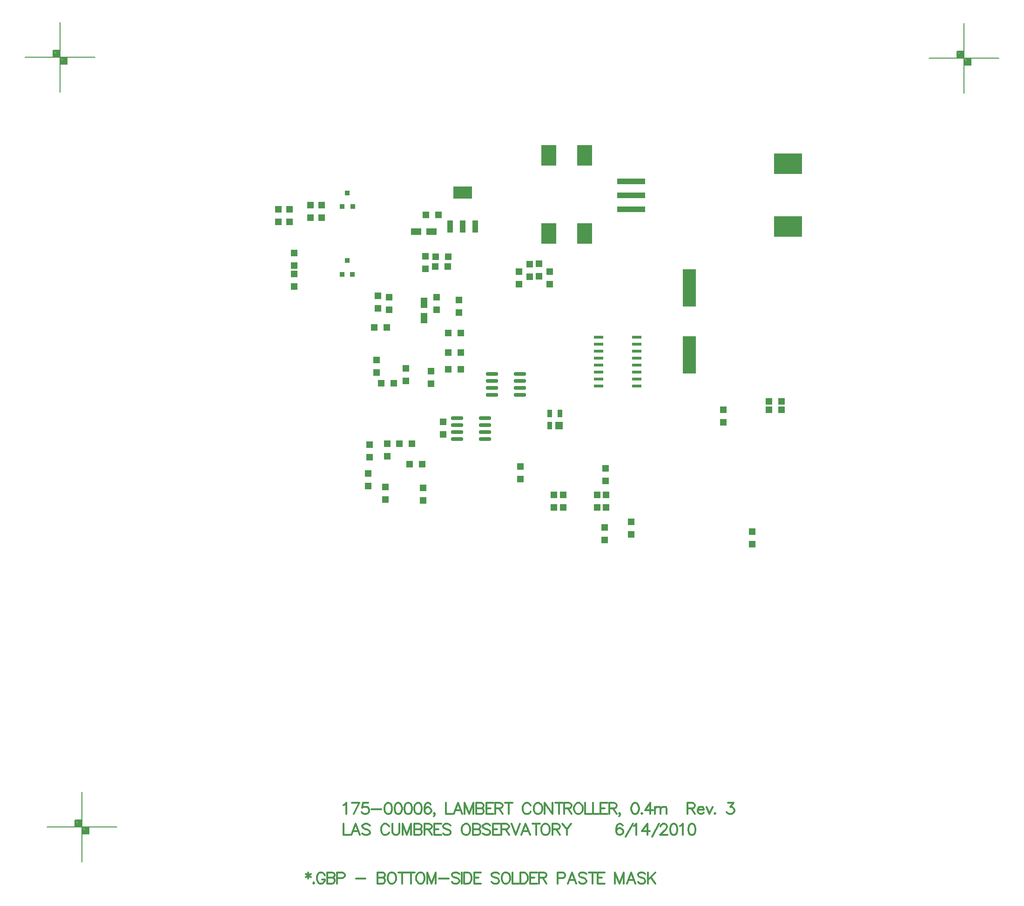
<source format=gbp>
%FSLAX23Y23*%
%MOIN*%
G70*
G01*
G75*
G04 Layer_Color=128*
%ADD10R,0.037X0.035*%
%ADD11R,0.037X0.035*%
%ADD12R,0.050X0.050*%
%ADD13R,0.075X0.063*%
%ADD14R,0.070X0.135*%
%ADD15R,0.094X0.130*%
%ADD16O,0.028X0.018*%
%ADD17R,0.067X0.067*%
%ADD18R,0.079X0.209*%
%ADD19R,0.067X0.014*%
%ADD20R,0.050X0.015*%
%ADD21R,0.039X0.059*%
%ADD22R,0.035X0.053*%
%ADD23R,0.053X0.053*%
%ADD24O,0.087X0.024*%
%ADD25R,0.050X0.050*%
%ADD26R,0.135X0.070*%
%ADD27R,0.030X0.125*%
%ADD28R,0.078X0.048*%
%ADD29R,0.067X0.040*%
%ADD30R,0.065X0.012*%
%ADD31R,0.065X0.024*%
%ADD32R,0.063X0.106*%
%ADD33R,0.150X0.110*%
%ADD34R,0.125X0.170*%
%ADD35R,0.110X0.030*%
%ADD36O,0.083X0.012*%
%ADD37O,0.012X0.083*%
%ADD38R,0.138X0.085*%
%ADD39R,0.043X0.085*%
%ADD40R,0.043X0.085*%
%ADD41R,0.047X0.055*%
%ADD42O,0.012X0.071*%
%ADD43O,0.071X0.012*%
%ADD44R,0.075X0.059*%
%ADD45R,0.017X0.017*%
%ADD46R,0.134X0.134*%
%ADD47O,0.010X0.035*%
%ADD48O,0.035X0.010*%
%ADD49C,0.010*%
%ADD50C,0.075*%
%ADD51C,0.020*%
%ADD52C,0.040*%
%ADD53C,0.007*%
%ADD54C,0.005*%
%ADD55C,0.012*%
%ADD56C,0.008*%
%ADD57C,0.012*%
%ADD58C,0.012*%
%ADD59C,0.059*%
%ADD60C,0.080*%
%ADD61R,0.080X0.080*%
%ADD62C,0.060*%
%ADD63C,0.020*%
%ADD64R,0.059X0.059*%
%ADD65C,0.157*%
%ADD66C,0.079*%
%ADD67C,0.087*%
%ADD68R,0.087X0.087*%
%ADD69C,0.250*%
%ADD70R,0.062X0.062*%
%ADD71C,0.062*%
%ADD72C,0.030*%
%ADD73C,0.024*%
%ADD74C,0.028*%
%ADD75C,0.050*%
%ADD76C,0.051*%
G04:AMPARAMS|DCode=77|XSize=100mil|YSize=100mil|CornerRadius=0mil|HoleSize=0mil|Usage=FLASHONLY|Rotation=0.000|XOffset=0mil|YOffset=0mil|HoleType=Round|Shape=Relief|Width=10mil|Gap=10mil|Entries=4|*
%AMTHD77*
7,0,0,0.100,0.080,0.010,45*
%
%ADD77THD77*%
%ADD78C,0.044*%
%ADD79C,0.059*%
%ADD80C,0.030*%
%ADD81C,0.055*%
%ADD82C,0.111*%
%ADD83C,0.056*%
%ADD84C,0.147*%
%ADD85C,0.067*%
%ADD86C,0.140*%
%ADD87C,0.055*%
%ADD88C,0.036*%
%ADD89C,0.071*%
%ADD90C,0.130*%
%ADD91C,0.103*%
%ADD92C,0.033*%
G04:AMPARAMS|DCode=93|XSize=70mil|YSize=70mil|CornerRadius=0mil|HoleSize=0mil|Usage=FLASHONLY|Rotation=0.000|XOffset=0mil|YOffset=0mil|HoleType=Round|Shape=Relief|Width=10mil|Gap=10mil|Entries=4|*
%AMTHD93*
7,0,0,0.070,0.050,0.010,45*
%
%ADD93THD93*%
%ADD94C,0.045*%
G04:AMPARAMS|DCode=95|XSize=90mil|YSize=90mil|CornerRadius=0mil|HoleSize=0mil|Usage=FLASHONLY|Rotation=0.000|XOffset=0mil|YOffset=0mil|HoleType=Round|Shape=Relief|Width=10mil|Gap=10mil|Entries=4|*
%AMTHD95*
7,0,0,0.090,0.070,0.010,45*
%
%ADD95THD95*%
G04:AMPARAMS|DCode=96|XSize=95.433mil|YSize=95.433mil|CornerRadius=0mil|HoleSize=0mil|Usage=FLASHONLY|Rotation=0.000|XOffset=0mil|YOffset=0mil|HoleType=Round|Shape=Relief|Width=10mil|Gap=10mil|Entries=4|*
%AMTHD96*
7,0,0,0.095,0.075,0.010,45*
%
%ADD96THD96*%
G04:AMPARAMS|DCode=97|XSize=150.551mil|YSize=150.551mil|CornerRadius=0mil|HoleSize=0mil|Usage=FLASHONLY|Rotation=0.000|XOffset=0mil|YOffset=0mil|HoleType=Round|Shape=Relief|Width=10mil|Gap=10mil|Entries=4|*
%AMTHD97*
7,0,0,0.151,0.131,0.010,45*
%
%ADD97THD97*%
G04:AMPARAMS|DCode=98|XSize=96.221mil|YSize=96.221mil|CornerRadius=0mil|HoleSize=0mil|Usage=FLASHONLY|Rotation=0.000|XOffset=0mil|YOffset=0mil|HoleType=Round|Shape=Relief|Width=10mil|Gap=10mil|Entries=4|*
%AMTHD98*
7,0,0,0.096,0.076,0.010,45*
%
%ADD98THD98*%
G04:AMPARAMS|DCode=99|XSize=107.244mil|YSize=107.244mil|CornerRadius=0mil|HoleSize=0mil|Usage=FLASHONLY|Rotation=0.000|XOffset=0mil|YOffset=0mil|HoleType=Round|Shape=Relief|Width=10mil|Gap=10mil|Entries=4|*
%AMTHD99*
7,0,0,0.107,0.087,0.010,45*
%
%ADD99THD99*%
G04:AMPARAMS|DCode=100|XSize=180mil|YSize=180mil|CornerRadius=0mil|HoleSize=0mil|Usage=FLASHONLY|Rotation=0.000|XOffset=0mil|YOffset=0mil|HoleType=Round|Shape=Relief|Width=10mil|Gap=10mil|Entries=4|*
%AMTHD100*
7,0,0,0.180,0.160,0.010,45*
%
%ADD100THD100*%
G04:AMPARAMS|DCode=101|XSize=95mil|YSize=95mil|CornerRadius=0mil|HoleSize=0mil|Usage=FLASHONLY|Rotation=0.000|XOffset=0mil|YOffset=0mil|HoleType=Round|Shape=Relief|Width=10mil|Gap=10mil|Entries=4|*
%AMTHD101*
7,0,0,0.095,0.075,0.010,45*
%
%ADD101THD101*%
G04:AMPARAMS|DCode=102|XSize=75.748mil|YSize=75.748mil|CornerRadius=0mil|HoleSize=0mil|Usage=FLASHONLY|Rotation=0.000|XOffset=0mil|YOffset=0mil|HoleType=Round|Shape=Relief|Width=10mil|Gap=10mil|Entries=4|*
%AMTHD102*
7,0,0,0.076,0.056,0.010,45*
%
%ADD102THD102*%
G04:AMPARAMS|DCode=103|XSize=111.181mil|YSize=111.181mil|CornerRadius=0mil|HoleSize=0mil|Usage=FLASHONLY|Rotation=0.000|XOffset=0mil|YOffset=0mil|HoleType=Round|Shape=Relief|Width=10mil|Gap=10mil|Entries=4|*
%AMTHD103*
7,0,0,0.111,0.091,0.010,45*
%
%ADD103THD103*%
G04:AMPARAMS|DCode=104|XSize=73mil|YSize=73mil|CornerRadius=0mil|HoleSize=0mil|Usage=FLASHONLY|Rotation=0.000|XOffset=0mil|YOffset=0mil|HoleType=Round|Shape=Relief|Width=10mil|Gap=10mil|Entries=4|*
%AMTHD104*
7,0,0,0.073,0.053,0.010,45*
%
%ADD104THD104*%
G04:AMPARAMS|DCode=105|XSize=85mil|YSize=85mil|CornerRadius=0mil|HoleSize=0mil|Usage=FLASHONLY|Rotation=0.000|XOffset=0mil|YOffset=0mil|HoleType=Round|Shape=Relief|Width=10mil|Gap=10mil|Entries=4|*
%AMTHD105*
7,0,0,0.085,0.065,0.010,45*
%
%ADD105THD105*%
%ADD106O,0.091X0.028*%
%ADD107R,0.048X0.078*%
%ADD108R,0.200X0.040*%
%ADD109R,0.200X0.150*%
%ADD110R,0.106X0.150*%
%ADD111R,0.098X0.268*%
%ADD112R,0.035X0.037*%
%ADD113R,0.035X0.037*%
%ADD114C,0.010*%
%ADD115C,0.010*%
%ADD116C,0.020*%
%ADD117C,0.008*%
%ADD118C,0.024*%
%ADD119C,0.012*%
%ADD120C,0.012*%
%ADD121C,0.007*%
%ADD122R,0.280X0.130*%
%ADD123R,0.041X0.039*%
%ADD124R,0.041X0.039*%
%ADD125R,0.054X0.054*%
%ADD126R,0.079X0.067*%
%ADD127R,0.074X0.139*%
%ADD128R,0.098X0.134*%
%ADD129O,0.032X0.022*%
%ADD130R,0.071X0.071*%
%ADD131R,0.083X0.213*%
%ADD132R,0.071X0.018*%
%ADD133R,0.054X0.019*%
%ADD134R,0.043X0.063*%
%ADD135R,0.039X0.057*%
%ADD136R,0.057X0.057*%
%ADD137O,0.091X0.028*%
%ADD138R,0.054X0.054*%
%ADD139R,0.139X0.074*%
%ADD140R,0.034X0.129*%
%ADD141R,0.082X0.052*%
%ADD142R,0.071X0.044*%
%ADD143R,0.069X0.016*%
%ADD144R,0.069X0.028*%
%ADD145R,0.067X0.110*%
%ADD146R,0.154X0.114*%
%ADD147R,0.129X0.174*%
%ADD148R,0.114X0.034*%
%ADD149O,0.087X0.016*%
%ADD150O,0.016X0.087*%
%ADD151R,0.142X0.089*%
%ADD152R,0.047X0.089*%
%ADD153R,0.047X0.089*%
%ADD154R,0.051X0.059*%
%ADD155O,0.016X0.075*%
%ADD156O,0.075X0.016*%
%ADD157R,0.079X0.063*%
%ADD158R,0.021X0.021*%
%ADD159R,0.138X0.138*%
%ADD160O,0.014X0.039*%
%ADD161O,0.039X0.014*%
%ADD162C,0.063*%
%ADD163C,0.084*%
%ADD164R,0.084X0.084*%
%ADD165C,0.004*%
%ADD166C,0.064*%
%ADD167R,0.063X0.063*%
%ADD168C,0.161*%
%ADD169C,0.083*%
%ADD170R,0.004X0.004*%
%ADD171C,0.091*%
%ADD172R,0.091X0.091*%
%ADD173C,0.254*%
%ADD174R,0.066X0.066*%
%ADD175C,0.066*%
%ADD176C,0.034*%
%ADD177C,0.032*%
%ADD178C,0.054*%
%ADD179O,0.095X0.032*%
%ADD180R,0.052X0.082*%
%ADD181R,0.204X0.044*%
%ADD182R,0.204X0.154*%
%ADD183R,0.110X0.154*%
%ADD184R,0.102X0.272*%
%ADD185R,0.039X0.041*%
%ADD186R,0.039X0.041*%
D12*
X21280Y14012D02*
D03*
X21190D02*
D03*
X21279Y13943D02*
D03*
X21189D02*
D03*
X21004Y12527D02*
D03*
X21094D02*
D03*
X20931Y12674D02*
D03*
X21021D02*
D03*
X21283Y13467D02*
D03*
X21373D02*
D03*
X21283Y13327D02*
D03*
X21373D02*
D03*
X21283Y13207D02*
D03*
X21373D02*
D03*
X20893Y13107D02*
D03*
X20803D02*
D03*
X20843Y13507D02*
D03*
X20753D02*
D03*
X21211Y14312D02*
D03*
X21121D02*
D03*
X23669Y12977D02*
D03*
X23579D02*
D03*
X23669Y12916D02*
D03*
X23579D02*
D03*
D22*
X22007Y12802D02*
D03*
Y12889D02*
D03*
X22082D02*
D03*
D23*
X22074Y12802D02*
D03*
D25*
X20144Y14353D02*
D03*
Y14263D02*
D03*
X20294Y14383D02*
D03*
Y14293D02*
D03*
X21245Y12830D02*
D03*
Y12740D02*
D03*
X21119Y14017D02*
D03*
Y13927D02*
D03*
X20831Y12364D02*
D03*
Y12274D02*
D03*
X20718Y12575D02*
D03*
Y12665D02*
D03*
X21102Y12355D02*
D03*
Y12265D02*
D03*
X20708Y12460D02*
D03*
Y12370D02*
D03*
X20846Y12584D02*
D03*
Y12674D02*
D03*
X21158Y13192D02*
D03*
Y13102D02*
D03*
X20768Y13272D02*
D03*
Y13182D02*
D03*
X20978Y13212D02*
D03*
Y13122D02*
D03*
X21358Y13612D02*
D03*
Y13702D02*
D03*
X21198Y13632D02*
D03*
Y13722D02*
D03*
X20858Y13632D02*
D03*
Y13722D02*
D03*
X20778Y13732D02*
D03*
Y13642D02*
D03*
X20178Y14040D02*
D03*
Y13950D02*
D03*
X20177Y13801D02*
D03*
Y13891D02*
D03*
X22007Y13907D02*
D03*
Y13817D02*
D03*
X21930Y13872D02*
D03*
Y13962D02*
D03*
X21865Y13870D02*
D03*
Y13960D02*
D03*
X20374Y14383D02*
D03*
Y14293D02*
D03*
X20064Y14263D02*
D03*
Y14353D02*
D03*
X21789Y13907D02*
D03*
Y13817D02*
D03*
X23250Y12917D02*
D03*
Y12827D02*
D03*
X22347Y12215D02*
D03*
Y12305D02*
D03*
X22412Y12215D02*
D03*
Y12305D02*
D03*
X22592Y12024D02*
D03*
Y12114D02*
D03*
X22106Y12215D02*
D03*
Y12305D02*
D03*
X22039Y12216D02*
D03*
Y12306D02*
D03*
X23458Y12043D02*
D03*
Y11953D02*
D03*
X22407Y12495D02*
D03*
Y12405D02*
D03*
X21799Y12508D02*
D03*
Y12418D02*
D03*
X22401Y12072D02*
D03*
Y11982D02*
D03*
D28*
X21051Y14192D02*
D03*
X21161D02*
D03*
D31*
X22632Y13436D02*
D03*
Y13386D02*
D03*
Y13336D02*
D03*
Y13286D02*
D03*
Y13236D02*
D03*
Y13186D02*
D03*
Y13136D02*
D03*
Y13086D02*
D03*
X22359Y13436D02*
D03*
Y13386D02*
D03*
Y13336D02*
D03*
Y13286D02*
D03*
Y13236D02*
D03*
Y13186D02*
D03*
Y13136D02*
D03*
Y13086D02*
D03*
D38*
X21386Y14474D02*
D03*
D39*
X21295Y14230D02*
D03*
X21476D02*
D03*
D40*
X21386D02*
D03*
D56*
X24726Y15436D02*
X25226D01*
X24976Y15186D02*
Y15686D01*
X24926Y15486D02*
X24926Y15436D01*
X24926Y15486D02*
X24976Y15486D01*
X25026Y15436D02*
X25026Y15386D01*
X24976Y15386D02*
X25026Y15386D01*
X24981Y15431D02*
X25021D01*
Y15391D02*
Y15431D01*
X24981Y15391D02*
X25021D01*
X24981D02*
Y15431D01*
X24986Y15426D02*
X25016D01*
Y15396D02*
Y15426D01*
X24986Y15396D02*
X25016D01*
X24986D02*
Y15421D01*
X24991D02*
X25011D01*
X25011Y15401D01*
X24991Y15401D02*
X25011Y15401D01*
X24991Y15401D02*
Y15416D01*
X24996Y15416D02*
X25006Y15416D01*
Y15406D02*
Y15416D01*
X24996Y15406D02*
X25006D01*
X24996D02*
X24996Y15416D01*
Y15411D02*
X25006D01*
X24931Y15481D02*
X24971D01*
Y15441D02*
Y15481D01*
X24931Y15441D02*
X24971D01*
X24931D02*
Y15481D01*
X24936Y15476D02*
X24966D01*
Y15446D02*
Y15476D01*
X24936Y15446D02*
X24966D01*
X24936D02*
Y15471D01*
X24941D02*
X24961Y15471D01*
Y15451D02*
Y15471D01*
X24941Y15451D02*
X24961D01*
X24941D02*
Y15466D01*
X24946D02*
X24956D01*
X24956Y15456D02*
X24956Y15466D01*
X24946Y15456D02*
X24956Y15456D01*
X24946Y15456D02*
Y15466D01*
Y15461D02*
X24956D01*
X18250Y15444D02*
X18750D01*
X18500Y15194D02*
Y15694D01*
X18450Y15494D02*
X18450Y15444D01*
X18450Y15494D02*
X18500Y15494D01*
X18550Y15444D02*
X18550Y15394D01*
X18500Y15394D02*
X18550Y15394D01*
X18505Y15439D02*
X18545D01*
Y15399D02*
Y15439D01*
X18505Y15399D02*
X18545D01*
X18505D02*
Y15439D01*
X18510Y15434D02*
X18540D01*
Y15404D02*
Y15434D01*
X18510Y15404D02*
X18540D01*
X18510D02*
Y15429D01*
X18515D02*
X18535D01*
X18535Y15409D01*
X18515Y15409D02*
X18535Y15409D01*
X18515Y15409D02*
Y15424D01*
X18520Y15424D02*
X18530Y15424D01*
Y15414D02*
Y15424D01*
X18520Y15414D02*
X18530D01*
X18520D02*
X18520Y15424D01*
Y15419D02*
X18530D01*
X18455Y15489D02*
X18495D01*
Y15449D02*
Y15489D01*
X18455Y15449D02*
X18495D01*
X18455D02*
Y15489D01*
X18460Y15484D02*
X18490D01*
Y15454D02*
Y15484D01*
X18460Y15454D02*
X18490D01*
X18460D02*
Y15479D01*
X18465D02*
X18485Y15479D01*
Y15459D02*
Y15479D01*
X18465Y15459D02*
X18485D01*
X18465D02*
Y15474D01*
X18470D02*
X18480D01*
X18480Y15464D02*
X18480Y15474D01*
X18470Y15464D02*
X18480Y15464D01*
X18470Y15464D02*
Y15474D01*
Y15469D02*
X18480D01*
X18407Y9927D02*
X18907D01*
X18657Y9677D02*
Y10177D01*
X18607Y9977D02*
X18607Y9927D01*
X18607Y9977D02*
X18657Y9977D01*
X18707Y9927D02*
X18707Y9877D01*
X18657Y9877D02*
X18707Y9877D01*
X18662Y9922D02*
X18702D01*
Y9882D02*
Y9922D01*
X18662Y9882D02*
X18702D01*
X18662D02*
Y9922D01*
X18667Y9917D02*
X18697D01*
Y9887D02*
Y9917D01*
X18667Y9887D02*
X18697D01*
X18667D02*
Y9912D01*
X18672D02*
X18692D01*
X18692Y9892D01*
X18672Y9892D02*
X18692Y9892D01*
X18672Y9892D02*
Y9907D01*
X18677Y9907D02*
X18687Y9907D01*
Y9897D02*
Y9907D01*
X18677Y9897D02*
X18687D01*
X18677D02*
X18677Y9907D01*
Y9902D02*
X18687D01*
X18612Y9972D02*
X18652D01*
Y9932D02*
Y9972D01*
X18612Y9932D02*
X18652D01*
X18612D02*
Y9972D01*
X18617Y9967D02*
X18647D01*
Y9937D02*
Y9967D01*
X18617Y9937D02*
X18647D01*
X18617D02*
Y9962D01*
X18622D02*
X18642Y9962D01*
Y9942D02*
Y9962D01*
X18622Y9942D02*
X18642D01*
X18622D02*
Y9957D01*
X18627D02*
X18637D01*
X18637Y9947D02*
X18637Y9957D01*
X18627Y9947D02*
X18637Y9947D01*
X18627Y9947D02*
Y9957D01*
Y9952D02*
X18637D01*
D57*
X20532Y9948D02*
Y9868D01*
X20578D01*
X20648D02*
X20617Y9948D01*
X20587Y9868D01*
X20598Y9895D02*
X20636D01*
X20720Y9937D02*
X20712Y9944D01*
X20700Y9948D01*
X20685D01*
X20674Y9944D01*
X20666Y9937D01*
Y9929D01*
X20670Y9921D01*
X20674Y9918D01*
X20681Y9914D01*
X20704Y9906D01*
X20712Y9902D01*
X20716Y9899D01*
X20720Y9891D01*
Y9879D01*
X20712Y9872D01*
X20700Y9868D01*
X20685D01*
X20674Y9872D01*
X20666Y9879D01*
X20857Y9929D02*
X20854Y9937D01*
X20846Y9944D01*
X20838Y9948D01*
X20823D01*
X20816Y9944D01*
X20808Y9937D01*
X20804Y9929D01*
X20800Y9918D01*
Y9899D01*
X20804Y9887D01*
X20808Y9879D01*
X20816Y9872D01*
X20823Y9868D01*
X20838D01*
X20846Y9872D01*
X20854Y9879D01*
X20857Y9887D01*
X20880Y9948D02*
Y9891D01*
X20884Y9879D01*
X20891Y9872D01*
X20903Y9868D01*
X20910D01*
X20922Y9872D01*
X20929Y9879D01*
X20933Y9891D01*
Y9948D01*
X20955D02*
Y9868D01*
Y9948D02*
X20986Y9868D01*
X21016Y9948D02*
X20986Y9868D01*
X21016Y9948D02*
Y9868D01*
X21039Y9948D02*
Y9868D01*
Y9948D02*
X21073D01*
X21085Y9944D01*
X21089Y9940D01*
X21092Y9933D01*
Y9925D01*
X21089Y9918D01*
X21085Y9914D01*
X21073Y9910D01*
X21039D02*
X21073D01*
X21085Y9906D01*
X21089Y9902D01*
X21092Y9895D01*
Y9883D01*
X21089Y9876D01*
X21085Y9872D01*
X21073Y9868D01*
X21039D01*
X21110Y9948D02*
Y9868D01*
Y9948D02*
X21145D01*
X21156Y9944D01*
X21160Y9940D01*
X21164Y9933D01*
Y9925D01*
X21160Y9918D01*
X21156Y9914D01*
X21145Y9910D01*
X21110D01*
X21137D02*
X21164Y9868D01*
X21231Y9948D02*
X21182D01*
Y9868D01*
X21231D01*
X21182Y9910D02*
X21212D01*
X21298Y9937D02*
X21290Y9944D01*
X21279Y9948D01*
X21263D01*
X21252Y9944D01*
X21244Y9937D01*
Y9929D01*
X21248Y9921D01*
X21252Y9918D01*
X21260Y9914D01*
X21282Y9906D01*
X21290Y9902D01*
X21294Y9899D01*
X21298Y9891D01*
Y9879D01*
X21290Y9872D01*
X21279Y9868D01*
X21263D01*
X21252Y9872D01*
X21244Y9879D01*
X21401Y9948D02*
X21394Y9944D01*
X21386Y9937D01*
X21382Y9929D01*
X21378Y9918D01*
Y9899D01*
X21382Y9887D01*
X21386Y9879D01*
X21394Y9872D01*
X21401Y9868D01*
X21417D01*
X21424Y9872D01*
X21432Y9879D01*
X21436Y9887D01*
X21439Y9899D01*
Y9918D01*
X21436Y9929D01*
X21432Y9937D01*
X21424Y9944D01*
X21417Y9948D01*
X21401D01*
X21458D02*
Y9868D01*
Y9948D02*
X21492D01*
X21504Y9944D01*
X21508Y9940D01*
X21511Y9933D01*
Y9925D01*
X21508Y9918D01*
X21504Y9914D01*
X21492Y9910D01*
X21458D02*
X21492D01*
X21504Y9906D01*
X21508Y9902D01*
X21511Y9895D01*
Y9883D01*
X21508Y9876D01*
X21504Y9872D01*
X21492Y9868D01*
X21458D01*
X21583Y9937D02*
X21575Y9944D01*
X21564Y9948D01*
X21548D01*
X21537Y9944D01*
X21529Y9937D01*
Y9929D01*
X21533Y9921D01*
X21537Y9918D01*
X21544Y9914D01*
X21567Y9906D01*
X21575Y9902D01*
X21579Y9899D01*
X21583Y9891D01*
Y9879D01*
X21575Y9872D01*
X21564Y9868D01*
X21548D01*
X21537Y9872D01*
X21529Y9879D01*
X21650Y9948D02*
X21600D01*
Y9868D01*
X21650D01*
X21600Y9910D02*
X21631D01*
X21663Y9948D02*
Y9868D01*
Y9948D02*
X21698D01*
X21709Y9944D01*
X21713Y9940D01*
X21717Y9933D01*
Y9925D01*
X21713Y9918D01*
X21709Y9914D01*
X21698Y9910D01*
X21663D01*
X21690D02*
X21717Y9868D01*
X21735Y9948D02*
X21765Y9868D01*
X21795Y9948D02*
X21765Y9868D01*
X21867D02*
X21836Y9948D01*
X21806Y9868D01*
X21817Y9895D02*
X21855D01*
X21912Y9948D02*
Y9868D01*
X21885Y9948D02*
X21939D01*
X21971D02*
X21963Y9944D01*
X21956Y9937D01*
X21952Y9929D01*
X21948Y9918D01*
Y9899D01*
X21952Y9887D01*
X21956Y9879D01*
X21963Y9872D01*
X21971Y9868D01*
X21986D01*
X21994Y9872D01*
X22002Y9879D01*
X22005Y9887D01*
X22009Y9899D01*
Y9918D01*
X22005Y9929D01*
X22002Y9937D01*
X21994Y9944D01*
X21986Y9948D01*
X21971D01*
X22028D02*
Y9868D01*
Y9948D02*
X22062D01*
X22074Y9944D01*
X22077Y9940D01*
X22081Y9933D01*
Y9925D01*
X22077Y9918D01*
X22074Y9914D01*
X22062Y9910D01*
X22028D01*
X22054D02*
X22081Y9868D01*
X22099Y9948D02*
X22130Y9910D01*
Y9868D01*
X22160Y9948D02*
X22130Y9910D01*
X22530Y9937D02*
X22526Y9944D01*
X22515Y9948D01*
X22507D01*
X22496Y9944D01*
X22488Y9933D01*
X22484Y9914D01*
Y9895D01*
X22488Y9879D01*
X22496Y9872D01*
X22507Y9868D01*
X22511D01*
X22523Y9872D01*
X22530Y9879D01*
X22534Y9891D01*
Y9895D01*
X22530Y9906D01*
X22523Y9914D01*
X22511Y9918D01*
X22507D01*
X22496Y9914D01*
X22488Y9906D01*
X22484Y9895D01*
X22552Y9857D02*
X22605Y9948D01*
X22610Y9933D02*
X22618Y9937D01*
X22629Y9948D01*
Y9868D01*
X22707Y9948D02*
X22669Y9895D01*
X22726D01*
X22707Y9948D02*
Y9868D01*
X22740Y9857D02*
X22793Y9948D01*
X22803Y9929D02*
Y9933D01*
X22806Y9940D01*
X22810Y9944D01*
X22818Y9948D01*
X22833D01*
X22841Y9944D01*
X22844Y9940D01*
X22848Y9933D01*
Y9925D01*
X22844Y9918D01*
X22837Y9906D01*
X22799Y9868D01*
X22852D01*
X22893Y9948D02*
X22881Y9944D01*
X22874Y9933D01*
X22870Y9914D01*
Y9902D01*
X22874Y9883D01*
X22881Y9872D01*
X22893Y9868D01*
X22900D01*
X22912Y9872D01*
X22919Y9883D01*
X22923Y9902D01*
Y9914D01*
X22919Y9933D01*
X22912Y9944D01*
X22900Y9948D01*
X22893D01*
X22941Y9933D02*
X22949Y9937D01*
X22960Y9948D01*
Y9868D01*
X23023Y9948D02*
X23011Y9944D01*
X23004Y9933D01*
X23000Y9914D01*
Y9902D01*
X23004Y9883D01*
X23011Y9872D01*
X23023Y9868D01*
X23030D01*
X23042Y9872D01*
X23049Y9883D01*
X23053Y9902D01*
Y9914D01*
X23049Y9933D01*
X23042Y9944D01*
X23030Y9948D01*
X23023D01*
D58*
X20279Y9600D02*
Y9555D01*
X20260Y9589D02*
X20298Y9566D01*
Y9589D02*
X20260Y9566D01*
X20318Y9528D02*
X20315Y9524D01*
X20318Y9520D01*
X20322Y9524D01*
X20318Y9528D01*
X20397Y9581D02*
X20393Y9589D01*
X20385Y9597D01*
X20378Y9600D01*
X20363D01*
X20355Y9597D01*
X20347Y9589D01*
X20344Y9581D01*
X20340Y9570D01*
Y9551D01*
X20344Y9539D01*
X20347Y9532D01*
X20355Y9524D01*
X20363Y9520D01*
X20378D01*
X20385Y9524D01*
X20393Y9532D01*
X20397Y9539D01*
Y9551D01*
X20378D02*
X20397D01*
X20415Y9600D02*
Y9520D01*
Y9600D02*
X20449D01*
X20461Y9597D01*
X20465Y9593D01*
X20468Y9585D01*
Y9578D01*
X20465Y9570D01*
X20461Y9566D01*
X20449Y9562D01*
X20415D02*
X20449D01*
X20461Y9559D01*
X20465Y9555D01*
X20468Y9547D01*
Y9536D01*
X20465Y9528D01*
X20461Y9524D01*
X20449Y9520D01*
X20415D01*
X20486Y9559D02*
X20521D01*
X20532Y9562D01*
X20536Y9566D01*
X20540Y9574D01*
Y9585D01*
X20536Y9593D01*
X20532Y9597D01*
X20521Y9600D01*
X20486D01*
Y9520D01*
X20620Y9555D02*
X20689D01*
X20775Y9600D02*
Y9520D01*
Y9600D02*
X20810D01*
X20821Y9597D01*
X20825Y9593D01*
X20829Y9585D01*
Y9578D01*
X20825Y9570D01*
X20821Y9566D01*
X20810Y9562D01*
X20775D02*
X20810D01*
X20821Y9559D01*
X20825Y9555D01*
X20829Y9547D01*
Y9536D01*
X20825Y9528D01*
X20821Y9524D01*
X20810Y9520D01*
X20775D01*
X20869Y9600D02*
X20862Y9597D01*
X20854Y9589D01*
X20850Y9581D01*
X20847Y9570D01*
Y9551D01*
X20850Y9539D01*
X20854Y9532D01*
X20862Y9524D01*
X20869Y9520D01*
X20885D01*
X20892Y9524D01*
X20900Y9532D01*
X20904Y9539D01*
X20908Y9551D01*
Y9570D01*
X20904Y9581D01*
X20900Y9589D01*
X20892Y9597D01*
X20885Y9600D01*
X20869D01*
X20953D02*
Y9520D01*
X20926Y9600D02*
X20980D01*
X21016D02*
Y9520D01*
X20989Y9600D02*
X21042D01*
X21075D02*
X21067Y9597D01*
X21060Y9589D01*
X21056Y9581D01*
X21052Y9570D01*
Y9551D01*
X21056Y9539D01*
X21060Y9532D01*
X21067Y9524D01*
X21075Y9520D01*
X21090D01*
X21098Y9524D01*
X21105Y9532D01*
X21109Y9539D01*
X21113Y9551D01*
Y9570D01*
X21109Y9581D01*
X21105Y9589D01*
X21098Y9597D01*
X21090Y9600D01*
X21075D01*
X21132D02*
Y9520D01*
Y9600D02*
X21162Y9520D01*
X21192Y9600D02*
X21162Y9520D01*
X21192Y9600D02*
Y9520D01*
X21215Y9555D02*
X21284D01*
X21361Y9589D02*
X21353Y9597D01*
X21342Y9600D01*
X21327D01*
X21315Y9597D01*
X21307Y9589D01*
Y9581D01*
X21311Y9574D01*
X21315Y9570D01*
X21323Y9566D01*
X21346Y9559D01*
X21353Y9555D01*
X21357Y9551D01*
X21361Y9543D01*
Y9532D01*
X21353Y9524D01*
X21342Y9520D01*
X21327D01*
X21315Y9524D01*
X21307Y9532D01*
X21379Y9600D02*
Y9520D01*
X21395Y9600D02*
Y9520D01*
Y9600D02*
X21422D01*
X21434Y9597D01*
X21441Y9589D01*
X21445Y9581D01*
X21449Y9570D01*
Y9551D01*
X21445Y9539D01*
X21441Y9532D01*
X21434Y9524D01*
X21422Y9520D01*
X21395D01*
X21516Y9600D02*
X21467D01*
Y9520D01*
X21516D01*
X21467Y9562D02*
X21497D01*
X21646Y9589D02*
X21638Y9597D01*
X21627Y9600D01*
X21611D01*
X21600Y9597D01*
X21592Y9589D01*
Y9581D01*
X21596Y9574D01*
X21600Y9570D01*
X21608Y9566D01*
X21630Y9559D01*
X21638Y9555D01*
X21642Y9551D01*
X21646Y9543D01*
Y9532D01*
X21638Y9524D01*
X21627Y9520D01*
X21611D01*
X21600Y9524D01*
X21592Y9532D01*
X21686Y9600D02*
X21679Y9597D01*
X21671Y9589D01*
X21667Y9581D01*
X21664Y9570D01*
Y9551D01*
X21667Y9539D01*
X21671Y9532D01*
X21679Y9524D01*
X21686Y9520D01*
X21702D01*
X21709Y9524D01*
X21717Y9532D01*
X21721Y9539D01*
X21725Y9551D01*
Y9570D01*
X21721Y9581D01*
X21717Y9589D01*
X21709Y9597D01*
X21702Y9600D01*
X21686D01*
X21743D02*
Y9520D01*
X21789D01*
X21798Y9600D02*
Y9520D01*
Y9600D02*
X21824D01*
X21836Y9597D01*
X21843Y9589D01*
X21847Y9581D01*
X21851Y9570D01*
Y9551D01*
X21847Y9539D01*
X21843Y9532D01*
X21836Y9524D01*
X21824Y9520D01*
X21798D01*
X21918Y9600D02*
X21869D01*
Y9520D01*
X21918D01*
X21869Y9562D02*
X21899D01*
X21932Y9600D02*
Y9520D01*
Y9600D02*
X21966D01*
X21977Y9597D01*
X21981Y9593D01*
X21985Y9585D01*
Y9578D01*
X21981Y9570D01*
X21977Y9566D01*
X21966Y9562D01*
X21932D01*
X21958D02*
X21985Y9520D01*
X22066Y9559D02*
X22100D01*
X22112Y9562D01*
X22115Y9566D01*
X22119Y9574D01*
Y9585D01*
X22115Y9593D01*
X22112Y9597D01*
X22100Y9600D01*
X22066D01*
Y9520D01*
X22198D02*
X22167Y9600D01*
X22137Y9520D01*
X22148Y9547D02*
X22187D01*
X22270Y9589D02*
X22262Y9597D01*
X22251Y9600D01*
X22236D01*
X22224Y9597D01*
X22217Y9589D01*
Y9581D01*
X22220Y9574D01*
X22224Y9570D01*
X22232Y9566D01*
X22255Y9559D01*
X22262Y9555D01*
X22266Y9551D01*
X22270Y9543D01*
Y9532D01*
X22262Y9524D01*
X22251Y9520D01*
X22236D01*
X22224Y9524D01*
X22217Y9532D01*
X22315Y9600D02*
Y9520D01*
X22288Y9600D02*
X22341D01*
X22400D02*
X22351D01*
Y9520D01*
X22400D01*
X22351Y9562D02*
X22381D01*
X22476Y9600D02*
Y9520D01*
Y9600D02*
X22507Y9520D01*
X22537Y9600D02*
X22507Y9520D01*
X22537Y9600D02*
Y9520D01*
X22621D02*
X22591Y9600D01*
X22560Y9520D01*
X22572Y9547D02*
X22610D01*
X22693Y9589D02*
X22685Y9597D01*
X22674Y9600D01*
X22659D01*
X22647Y9597D01*
X22640Y9589D01*
Y9581D01*
X22644Y9574D01*
X22647Y9570D01*
X22655Y9566D01*
X22678Y9559D01*
X22685Y9555D01*
X22689Y9551D01*
X22693Y9543D01*
Y9532D01*
X22685Y9524D01*
X22674Y9520D01*
X22659D01*
X22647Y9524D01*
X22640Y9532D01*
X22711Y9600D02*
Y9520D01*
X22764Y9600D02*
X22711Y9547D01*
X22730Y9566D02*
X22764Y9520D01*
X20532Y10083D02*
X20540Y10087D01*
X20551Y10098D01*
Y10018D01*
X20644Y10098D02*
X20606Y10018D01*
X20591Y10098D02*
X20644D01*
X20708D02*
X20670D01*
X20666Y10064D01*
X20670Y10068D01*
X20681Y10071D01*
X20692D01*
X20704Y10068D01*
X20712Y10060D01*
X20715Y10049D01*
Y10041D01*
X20712Y10029D01*
X20704Y10022D01*
X20692Y10018D01*
X20681D01*
X20670Y10022D01*
X20666Y10026D01*
X20662Y10033D01*
X20733Y10052D02*
X20802D01*
X20848Y10098D02*
X20837Y10094D01*
X20829Y10083D01*
X20825Y10064D01*
Y10052D01*
X20829Y10033D01*
X20837Y10022D01*
X20848Y10018D01*
X20856D01*
X20867Y10022D01*
X20875Y10033D01*
X20879Y10052D01*
Y10064D01*
X20875Y10083D01*
X20867Y10094D01*
X20856Y10098D01*
X20848D01*
X20919D02*
X20908Y10094D01*
X20900Y10083D01*
X20897Y10064D01*
Y10052D01*
X20900Y10033D01*
X20908Y10022D01*
X20919Y10018D01*
X20927D01*
X20939Y10022D01*
X20946Y10033D01*
X20950Y10052D01*
Y10064D01*
X20946Y10083D01*
X20939Y10094D01*
X20927Y10098D01*
X20919D01*
X20991D02*
X20979Y10094D01*
X20972Y10083D01*
X20968Y10064D01*
Y10052D01*
X20972Y10033D01*
X20979Y10022D01*
X20991Y10018D01*
X20998D01*
X21010Y10022D01*
X21017Y10033D01*
X21021Y10052D01*
Y10064D01*
X21017Y10083D01*
X21010Y10094D01*
X20998Y10098D01*
X20991D01*
X21062D02*
X21050Y10094D01*
X21043Y10083D01*
X21039Y10064D01*
Y10052D01*
X21043Y10033D01*
X21050Y10022D01*
X21062Y10018D01*
X21070D01*
X21081Y10022D01*
X21089Y10033D01*
X21092Y10052D01*
Y10064D01*
X21089Y10083D01*
X21081Y10094D01*
X21070Y10098D01*
X21062D01*
X21156Y10087D02*
X21152Y10094D01*
X21141Y10098D01*
X21133D01*
X21122Y10094D01*
X21114Y10083D01*
X21110Y10064D01*
Y10045D01*
X21114Y10029D01*
X21122Y10022D01*
X21133Y10018D01*
X21137D01*
X21148Y10022D01*
X21156Y10029D01*
X21160Y10041D01*
Y10045D01*
X21156Y10056D01*
X21148Y10064D01*
X21137Y10068D01*
X21133D01*
X21122Y10064D01*
X21114Y10056D01*
X21110Y10045D01*
X21185Y10022D02*
X21181Y10018D01*
X21177Y10022D01*
X21181Y10026D01*
X21185Y10022D01*
Y10014D01*
X21181Y10007D01*
X21177Y10003D01*
X21265Y10098D02*
Y10018D01*
X21311D01*
X21381D02*
X21350Y10098D01*
X21320Y10018D01*
X21331Y10045D02*
X21369D01*
X21399Y10098D02*
Y10018D01*
Y10098D02*
X21430Y10018D01*
X21460Y10098D02*
X21430Y10018D01*
X21460Y10098D02*
Y10018D01*
X21483Y10098D02*
Y10018D01*
Y10098D02*
X21517D01*
X21529Y10094D01*
X21533Y10090D01*
X21536Y10083D01*
Y10075D01*
X21533Y10068D01*
X21529Y10064D01*
X21517Y10060D01*
X21483D02*
X21517D01*
X21529Y10056D01*
X21533Y10052D01*
X21536Y10045D01*
Y10033D01*
X21533Y10026D01*
X21529Y10022D01*
X21517Y10018D01*
X21483D01*
X21604Y10098D02*
X21554D01*
Y10018D01*
X21604D01*
X21554Y10060D02*
X21585D01*
X21617Y10098D02*
Y10018D01*
Y10098D02*
X21652D01*
X21663Y10094D01*
X21667Y10090D01*
X21671Y10083D01*
Y10075D01*
X21667Y10068D01*
X21663Y10064D01*
X21652Y10060D01*
X21617D01*
X21644D02*
X21671Y10018D01*
X21715Y10098D02*
Y10018D01*
X21688Y10098D02*
X21742D01*
X21871Y10079D02*
X21867Y10087D01*
X21860Y10094D01*
X21852Y10098D01*
X21837D01*
X21829Y10094D01*
X21822Y10087D01*
X21818Y10079D01*
X21814Y10068D01*
Y10049D01*
X21818Y10037D01*
X21822Y10029D01*
X21829Y10022D01*
X21837Y10018D01*
X21852D01*
X21860Y10022D01*
X21867Y10029D01*
X21871Y10037D01*
X21917Y10098D02*
X21909Y10094D01*
X21901Y10087D01*
X21898Y10079D01*
X21894Y10068D01*
Y10049D01*
X21898Y10037D01*
X21901Y10029D01*
X21909Y10022D01*
X21917Y10018D01*
X21932D01*
X21939Y10022D01*
X21947Y10029D01*
X21951Y10037D01*
X21955Y10049D01*
Y10068D01*
X21951Y10079D01*
X21947Y10087D01*
X21939Y10094D01*
X21932Y10098D01*
X21917D01*
X21973D02*
Y10018D01*
Y10098D02*
X22027Y10018D01*
Y10098D02*
Y10018D01*
X22075Y10098D02*
Y10018D01*
X22049Y10098D02*
X22102D01*
X22112D02*
Y10018D01*
Y10098D02*
X22146D01*
X22157Y10094D01*
X22161Y10090D01*
X22165Y10083D01*
Y10075D01*
X22161Y10068D01*
X22157Y10064D01*
X22146Y10060D01*
X22112D01*
X22138D02*
X22165Y10018D01*
X22206Y10098D02*
X22198Y10094D01*
X22190Y10087D01*
X22187Y10079D01*
X22183Y10068D01*
Y10049D01*
X22187Y10037D01*
X22190Y10029D01*
X22198Y10022D01*
X22206Y10018D01*
X22221D01*
X22229Y10022D01*
X22236Y10029D01*
X22240Y10037D01*
X22244Y10049D01*
Y10068D01*
X22240Y10079D01*
X22236Y10087D01*
X22229Y10094D01*
X22221Y10098D01*
X22206D01*
X22262D02*
Y10018D01*
X22308D01*
X22317Y10098D02*
Y10018D01*
X22363D01*
X22421Y10098D02*
X22371D01*
Y10018D01*
X22421D01*
X22371Y10060D02*
X22402D01*
X22434Y10098D02*
Y10018D01*
Y10098D02*
X22468D01*
X22480Y10094D01*
X22484Y10090D01*
X22488Y10083D01*
Y10075D01*
X22484Y10068D01*
X22480Y10064D01*
X22468Y10060D01*
X22434D01*
X22461D02*
X22488Y10018D01*
X22513Y10022D02*
X22509Y10018D01*
X22505Y10022D01*
X22509Y10026D01*
X22513Y10022D01*
Y10014D01*
X22509Y10007D01*
X22505Y10003D01*
X22616Y10098D02*
X22605Y10094D01*
X22597Y10083D01*
X22593Y10064D01*
Y10052D01*
X22597Y10033D01*
X22605Y10022D01*
X22616Y10018D01*
X22624D01*
X22635Y10022D01*
X22643Y10033D01*
X22647Y10052D01*
Y10064D01*
X22643Y10083D01*
X22635Y10094D01*
X22624Y10098D01*
X22616D01*
X22668Y10026D02*
X22665Y10022D01*
X22668Y10018D01*
X22672Y10022D01*
X22668Y10026D01*
X22728Y10098D02*
X22690Y10045D01*
X22747D01*
X22728Y10098D02*
Y10018D01*
X22761Y10071D02*
Y10018D01*
Y10056D02*
X22772Y10068D01*
X22780Y10071D01*
X22791D01*
X22799Y10068D01*
X22803Y10056D01*
Y10018D01*
Y10056D02*
X22814Y10068D01*
X22822Y10071D01*
X22833D01*
X22841Y10068D01*
X22845Y10056D01*
Y10018D01*
X22996Y10098D02*
Y10018D01*
Y10098D02*
X23030D01*
X23041Y10094D01*
X23045Y10090D01*
X23049Y10083D01*
Y10075D01*
X23045Y10068D01*
X23041Y10064D01*
X23030Y10060D01*
X22996D01*
X23022D02*
X23049Y10018D01*
X23067Y10049D02*
X23113D01*
Y10056D01*
X23109Y10064D01*
X23105Y10068D01*
X23097Y10071D01*
X23086D01*
X23078Y10068D01*
X23071Y10060D01*
X23067Y10049D01*
Y10041D01*
X23071Y10029D01*
X23078Y10022D01*
X23086Y10018D01*
X23097D01*
X23105Y10022D01*
X23113Y10029D01*
X23130Y10071D02*
X23153Y10018D01*
X23175Y10071D02*
X23153Y10018D01*
X23192Y10026D02*
X23188Y10022D01*
X23192Y10018D01*
X23196Y10022D01*
X23192Y10026D01*
X23284Y10098D02*
X23326D01*
X23303Y10068D01*
X23314D01*
X23322Y10064D01*
X23326Y10060D01*
X23330Y10049D01*
Y10041D01*
X23326Y10029D01*
X23318Y10022D01*
X23307Y10018D01*
X23295D01*
X23284Y10022D01*
X23280Y10026D01*
X23276Y10033D01*
D106*
X21545Y12855D02*
D03*
Y12805D02*
D03*
Y12755D02*
D03*
Y12705D02*
D03*
X21345Y12855D02*
D03*
Y12805D02*
D03*
Y12755D02*
D03*
Y12705D02*
D03*
X21794Y13172D02*
D03*
Y13122D02*
D03*
Y13072D02*
D03*
Y13022D02*
D03*
X21594Y13172D02*
D03*
Y13122D02*
D03*
Y13072D02*
D03*
Y13022D02*
D03*
D107*
X21108Y13572D02*
D03*
Y13682D02*
D03*
D108*
X22590Y14554D02*
D03*
Y14454D02*
D03*
Y14354D02*
D03*
D109*
X23715Y14229D02*
D03*
Y14679D02*
D03*
D110*
X22258Y14181D02*
D03*
X22002D02*
D03*
Y14741D02*
D03*
X22258D02*
D03*
D111*
X23008Y13311D02*
D03*
Y13791D02*
D03*
D112*
X20597Y14372D02*
D03*
X20559Y14471D02*
D03*
X20595Y13886D02*
D03*
X20557Y13985D02*
D03*
D113*
X20522Y14372D02*
D03*
X20520Y13886D02*
D03*
M02*

</source>
